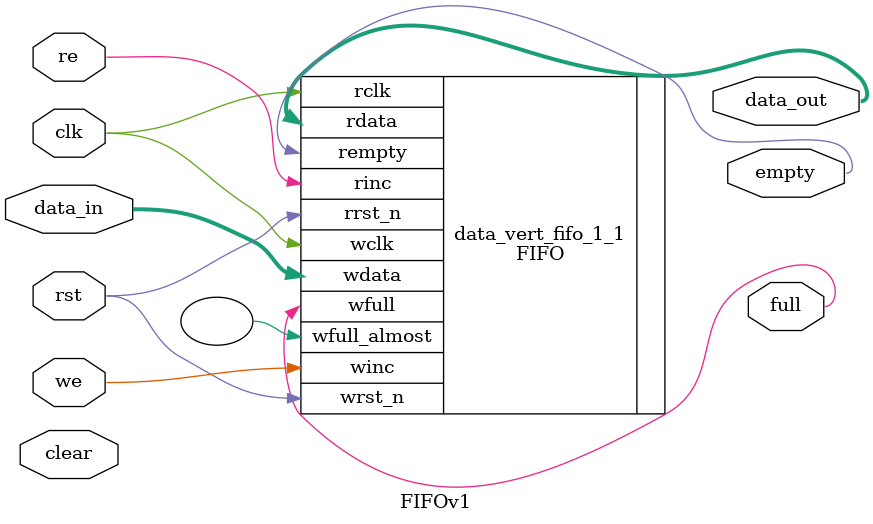
<source format=sv>
`timescale 1ns / 1ps


module FIFOv1(
    // inputs
    clk,
    rst,
    we,
    re,
    clear,
    data_in,
    // outputs
    full,
    empty,
    data_out,
    );
    
    parameter WIDTH = 16;
    parameter DEPTH = 128;
    
    input clk, rst, we, re, clear;
    input [WIDTH-1:0] data_in;
    
    output full, empty;
    output [WIDTH-1:0] data_out;
    
    FIFO # (.DSIZE(WIDTH), .ASIZE($clog2(DEPTH))) 
    data_vert_fifo_1_1(.wclk(clk), .rclk(clk), .wrst_n(rst), .rrst_n(rst), .winc(we), 
                       .rinc(re), .wfull(full), .rempty(empty), 
                       .wfull_almost(), .rdata(data_out), 
                       .wdata(data_in));
    
endmodule

</source>
